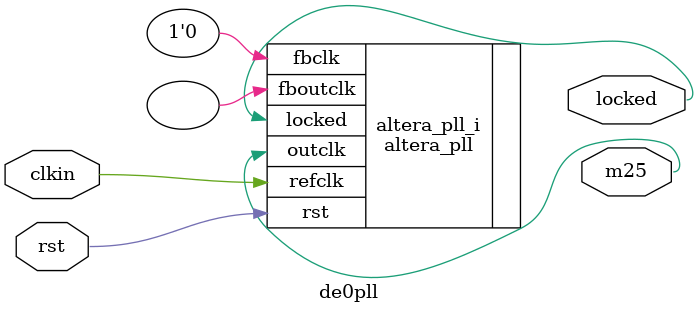
<source format=v>
module de0pll(
    input wire clkin,
    input wire rst,
    output wire m25,
    output wire locked
);

altera_pll #(
    .fractional_vco_multiplier("false"),
    .reference_clock_frequency("50.0 MHz"),
    .operation_mode("normal"),
    .number_of_clocks(1),
    .output_clock_frequency0("25.0 MHz"), .phase_shift0("0 ps"), .duty_cycle0(50),
    .output_clock_frequency1("0 MHz"),    .phase_shift1("0 ps"), .duty_cycle1(50),
    .output_clock_frequency2("0 MHz"),    .phase_shift2("0 ps"), .duty_cycle2(50),
    .output_clock_frequency3("0 MHz"),    .phase_shift3("0 ps"), .duty_cycle3(50),
    .output_clock_frequency4("0 MHz"),    .phase_shift4("0 ps"), .duty_cycle4(50),
    .output_clock_frequency5("0 MHz"),    .phase_shift5("0 ps"), .duty_cycle5(50),
    .output_clock_frequency6("0 MHz"),    .phase_shift6("0 ps"), .duty_cycle6(50),
    .output_clock_frequency7("0 MHz"),    .phase_shift7("0 ps"), .duty_cycle7(50),
    .output_clock_frequency8("0 MHz"),    .phase_shift8("0 ps"), .duty_cycle8(50),
    .output_clock_frequency9("0 MHz"),    .phase_shift9("0 ps"), .duty_cycle9(50),
    .output_clock_frequency10("0 MHz"),   .phase_shift10("0 ps"), .duty_cycle10(50),
    .output_clock_frequency11("0 MHz"),   .phase_shift11("0 ps"), .duty_cycle11(50),
    .output_clock_frequency12("0 MHz"),   .phase_shift12("0 ps"), .duty_cycle12(50),
    .output_clock_frequency13("0 MHz"),   .phase_shift13("0 ps"), .duty_cycle13(50),
    .output_clock_frequency14("0 MHz"),   .phase_shift14("0 ps"), .duty_cycle14(50),
    .output_clock_frequency15("0 MHz"),   .phase_shift15("0 ps"), .duty_cycle15(50),
    .output_clock_frequency16("0 MHz"),   .phase_shift16("0 ps"), .duty_cycle16(50),
    .output_clock_frequency17("0 MHz"),   .phase_shift17("0 ps"), .duty_cycle17(50),
    .pll_type("General"),
    .pll_subtype("General")
)
altera_pll_i(
    .rst (rst),
    .outclk ({m25}),
    .locked (locked),
    .fboutclk (),
    .fbclk (1'b0),
    .refclk (clkin)
);
endmodule

</source>
